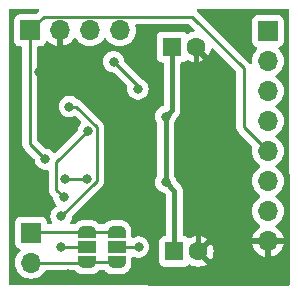
<source format=gbl>
%TF.GenerationSoftware,KiCad,Pcbnew,8.0.2*%
%TF.CreationDate,2024-05-07T13:49:06-06:00*%
%TF.ProjectId,encoder_protyping_board_high_current,656e636f-6465-4725-9f70-726f74797069,rev?*%
%TF.SameCoordinates,Original*%
%TF.FileFunction,Copper,L2,Bot*%
%TF.FilePolarity,Positive*%
%FSLAX46Y46*%
G04 Gerber Fmt 4.6, Leading zero omitted, Abs format (unit mm)*
G04 Created by KiCad (PCBNEW 8.0.2) date 2024-05-07 13:49:06*
%MOMM*%
%LPD*%
G01*
G04 APERTURE LIST*
G04 Aperture macros list*
%AMFreePoly0*
4,1,19,0.550000,-0.750000,0.000000,-0.750000,0.000000,-0.744911,-0.071157,-0.744911,-0.207708,-0.704816,-0.327430,-0.627875,-0.420627,-0.520320,-0.479746,-0.390866,-0.500000,-0.250000,-0.500000,0.250000,-0.479746,0.390866,-0.420627,0.520320,-0.327430,0.627875,-0.207708,0.704816,-0.071157,0.744911,0.000000,0.744911,0.000000,0.750000,0.550000,0.750000,0.550000,-0.750000,0.550000,-0.750000,
$1*%
%AMFreePoly1*
4,1,19,0.000000,0.744911,0.071157,0.744911,0.207708,0.704816,0.327430,0.627875,0.420627,0.520320,0.479746,0.390866,0.500000,0.250000,0.500000,-0.250000,0.479746,-0.390866,0.420627,-0.520320,0.327430,-0.627875,0.207708,-0.704816,0.071157,-0.744911,0.000000,-0.744911,0.000000,-0.750000,-0.550000,-0.750000,-0.550000,0.750000,0.000000,0.750000,0.000000,0.744911,0.000000,0.744911,
$1*%
G04 Aperture macros list end*
%TA.AperFunction,ComponentPad*%
%ADD10R,1.700000X1.700000*%
%TD*%
%TA.AperFunction,ComponentPad*%
%ADD11O,1.700000X1.700000*%
%TD*%
%TA.AperFunction,ComponentPad*%
%ADD12R,1.600000X1.600000*%
%TD*%
%TA.AperFunction,ComponentPad*%
%ADD13C,1.600000*%
%TD*%
%TA.AperFunction,SMDPad,CuDef*%
%ADD14FreePoly0,270.000000*%
%TD*%
%TA.AperFunction,SMDPad,CuDef*%
%ADD15R,1.500000X1.000000*%
%TD*%
%TA.AperFunction,SMDPad,CuDef*%
%ADD16FreePoly1,270.000000*%
%TD*%
%TA.AperFunction,SMDPad,CuDef*%
%ADD17FreePoly0,90.000000*%
%TD*%
%TA.AperFunction,SMDPad,CuDef*%
%ADD18FreePoly1,90.000000*%
%TD*%
%TA.AperFunction,ViaPad*%
%ADD19C,0.800000*%
%TD*%
%TA.AperFunction,Conductor*%
%ADD20C,0.400000*%
%TD*%
%TA.AperFunction,Conductor*%
%ADD21C,0.250000*%
%TD*%
G04 APERTURE END LIST*
D10*
%TO.P,J2,1,Pin_1*%
%TO.N,I2C_SCL*%
X186700000Y-114225000D03*
D11*
%TO.P,J2,2,Pin_2*%
%TO.N,I2C_SDA*%
X186700000Y-116765000D03*
%TD*%
D12*
%TO.P,4.7\u00B5F,1*%
%TO.N,+12V*%
X198844888Y-115800000D03*
D13*
%TO.P,4.7\u00B5F,2*%
%TO.N,GND*%
X200844888Y-115800000D03*
%TD*%
D10*
%TO.P,J3,1,Pin_1*%
%TO.N,+5V*%
X186600000Y-97100000D03*
D11*
%TO.P,J3,2,Pin_2*%
%TO.N,GND*%
X189140000Y-97100000D03*
%TO.P,J3,3,Pin_3*%
%TO.N,+12V*%
X191680000Y-97100000D03*
%TO.P,J3,4,Pin_4*%
X194220000Y-97100000D03*
%TD*%
D10*
%TO.P,J1,1,Pin_1*%
%TO.N,Net-(J1-Pin_1)*%
X206750000Y-97150000D03*
D11*
%TO.P,J1,2,Pin_2*%
%TO.N,Net-(J1-Pin_2)*%
X206750000Y-99690000D03*
%TO.P,J1,3,Pin_3*%
%TO.N,Net-(J1-Pin_3)*%
X206750000Y-102230000D03*
%TO.P,J1,4,Pin_4*%
%TO.N,Net-(J1-Pin_4)*%
X206750000Y-104770000D03*
%TO.P,J1,5,Pin_5*%
%TO.N,+5V*%
X206750000Y-107310000D03*
%TO.P,J1,6,Pin_6*%
%TO.N,Net-(J1-Pin_6)*%
X206750000Y-109850000D03*
%TO.P,J1,7,Pin_7*%
%TO.N,Net-(J1-Pin_7)*%
X206750000Y-112390000D03*
%TO.P,J1,8,Pin_8*%
%TO.N,GND*%
X206750000Y-114930000D03*
%TD*%
D12*
%TO.P,4.7\u00B5F,1*%
%TO.N,+12V*%
X198644888Y-98500000D03*
D13*
%TO.P,4.7\u00B5F,2*%
%TO.N,GND*%
X200644888Y-98500000D03*
%TD*%
D14*
%TO.P,JP2,1,A*%
%TO.N,I2C_SCL*%
X191450000Y-114150000D03*
D15*
%TO.P,JP2,2,C*%
%TO.N,Net-(JP2-C)*%
X191450000Y-115450000D03*
D16*
%TO.P,JP2,3,B*%
%TO.N,I2C_SDA*%
X191450000Y-116750000D03*
%TD*%
D17*
%TO.P,JP1,1,A*%
%TO.N,I2C_SDA*%
X193950000Y-116750000D03*
D15*
%TO.P,JP1,2,C*%
%TO.N,Net-(JP1-C)*%
X193950000Y-115450000D03*
D18*
%TO.P,JP1,3,B*%
%TO.N,I2C_SCL*%
X193950000Y-114150000D03*
%TD*%
D19*
%TO.N,GND*%
X196350000Y-117600000D03*
X193700000Y-109200000D03*
X200600000Y-107350000D03*
X185850000Y-109750000D03*
X187350000Y-100650000D03*
X196400000Y-99450000D03*
X195400000Y-111750000D03*
X196650000Y-97150000D03*
X189800000Y-117700000D03*
X202450000Y-96250000D03*
X206300000Y-117750000D03*
X201200000Y-109900000D03*
X201300000Y-104400000D03*
X205050000Y-108750000D03*
%TO.N,+5V*%
X195750000Y-102050000D03*
X193700000Y-99750000D03*
X187900000Y-108000000D03*
%TO.N,+12V*%
X198100000Y-104400000D03*
X198100000Y-109950000D03*
%TO.N,I2C_SCL*%
X191550000Y-105600000D03*
X189450000Y-111200000D03*
%TO.N,Net-(JP1-C)*%
X189550000Y-109650000D03*
X195800000Y-115450000D03*
X191400000Y-109650000D03*
%TO.N,Net-(JP2-C)*%
X189250000Y-115450000D03*
X189250000Y-112850000D03*
X189950000Y-103550000D03*
%TD*%
D20*
%TO.N,GND*%
X201300000Y-104400000D02*
X200644888Y-103744888D01*
X201200000Y-110100000D02*
X200844888Y-110455112D01*
X201200000Y-109900000D02*
X201200000Y-110100000D01*
X200644888Y-103744888D02*
X200644888Y-98500000D01*
X200844888Y-110455112D02*
X200844888Y-115800000D01*
X201300000Y-104400000D02*
X201300000Y-109800000D01*
X201300000Y-109800000D02*
X201200000Y-109900000D01*
D21*
%TO.N,+5V*%
X204700000Y-100300000D02*
X204700000Y-105260000D01*
X204700000Y-105260000D02*
X206750000Y-107310000D01*
X187900000Y-108000000D02*
X186600000Y-106700000D01*
X200325000Y-95925000D02*
X204700000Y-100300000D01*
X186600000Y-106700000D02*
X186600000Y-97100000D01*
X195750000Y-102050000D02*
X195750000Y-101800000D01*
X195750000Y-101800000D02*
X193700000Y-99750000D01*
X200325000Y-95925000D02*
X187775000Y-95925000D01*
X186600000Y-97100000D02*
X187775000Y-95925000D01*
D20*
%TO.N,+12V*%
X198844888Y-110694888D02*
X198844888Y-115800000D01*
X198100000Y-104400000D02*
X198644888Y-103855112D01*
X198644888Y-103855112D02*
X198644888Y-98500000D01*
X198100000Y-109950000D02*
X198844888Y-110694888D01*
X198100000Y-104400000D02*
X198100000Y-109950000D01*
D21*
%TO.N,I2C_SCL*%
X188825000Y-108275000D02*
X191500000Y-105600000D01*
X189450000Y-111200000D02*
X188825000Y-110575000D01*
X191450000Y-114150000D02*
X193950000Y-114150000D01*
X188825000Y-110575000D02*
X188825000Y-108275000D01*
X191450000Y-114150000D02*
X186775000Y-114150000D01*
X191550000Y-105600000D02*
X191550000Y-105550000D01*
X191550000Y-105550000D02*
X191500000Y-105600000D01*
X191500000Y-105600000D02*
X191550000Y-105600000D01*
%TO.N,I2C_SDA*%
X191450000Y-116750000D02*
X193950000Y-116750000D01*
X191285000Y-116765000D02*
X186700000Y-116765000D01*
%TO.N,Net-(JP1-C)*%
X189550000Y-109650000D02*
X191400000Y-109650000D01*
X193950000Y-115450000D02*
X195800000Y-115450000D01*
%TO.N,Net-(JP2-C)*%
X192275000Y-105299695D02*
X192275000Y-109825000D01*
X190525305Y-103550000D02*
X192275000Y-105299695D01*
X191450000Y-115450000D02*
X189250000Y-115450000D01*
X192275000Y-109825000D02*
X189250000Y-112850000D01*
X189950000Y-103550000D02*
X190525305Y-103550000D01*
%TD*%
%TA.AperFunction,Conductor*%
%TO.N,GND*%
G36*
X187333085Y-95269685D02*
G01*
X187378840Y-95322489D01*
X187388784Y-95391647D01*
X187359759Y-95455203D01*
X187353728Y-95461681D01*
X187289142Y-95526267D01*
X187289139Y-95526270D01*
X187102227Y-95713181D01*
X187040904Y-95746666D01*
X187014546Y-95749500D01*
X185702129Y-95749500D01*
X185702123Y-95749501D01*
X185642516Y-95755908D01*
X185507671Y-95806202D01*
X185507664Y-95806206D01*
X185392455Y-95892452D01*
X185392452Y-95892455D01*
X185306206Y-96007664D01*
X185306202Y-96007671D01*
X185255908Y-96142517D01*
X185249501Y-96202116D01*
X185249500Y-96202135D01*
X185249500Y-97997870D01*
X185249501Y-97997876D01*
X185255908Y-98057483D01*
X185306202Y-98192328D01*
X185306206Y-98192335D01*
X185392452Y-98307544D01*
X185392455Y-98307547D01*
X185507664Y-98393793D01*
X185507671Y-98393797D01*
X185552618Y-98410561D01*
X185642517Y-98444091D01*
X185702127Y-98450500D01*
X185850500Y-98450499D01*
X185917539Y-98470183D01*
X185963294Y-98522987D01*
X185974500Y-98574499D01*
X185974500Y-106761611D01*
X185998535Y-106882444D01*
X185998540Y-106882461D01*
X186045684Y-106996278D01*
X186045687Y-106996285D01*
X186060309Y-107018166D01*
X186060310Y-107018168D01*
X186114140Y-107098731D01*
X186114141Y-107098732D01*
X186114142Y-107098733D01*
X186201267Y-107185858D01*
X186201268Y-107185858D01*
X186208335Y-107192925D01*
X186208334Y-107192925D01*
X186208338Y-107192928D01*
X186961038Y-107945629D01*
X186994523Y-108006952D01*
X186996678Y-108020348D01*
X187004968Y-108099227D01*
X187014326Y-108188256D01*
X187014327Y-108188259D01*
X187072818Y-108368277D01*
X187072821Y-108368284D01*
X187167467Y-108532216D01*
X187286896Y-108664855D01*
X187294129Y-108672888D01*
X187447265Y-108784148D01*
X187447270Y-108784151D01*
X187620192Y-108861142D01*
X187620197Y-108861144D01*
X187805354Y-108900500D01*
X187805355Y-108900500D01*
X187994644Y-108900500D01*
X187994646Y-108900500D01*
X188049722Y-108888793D01*
X188119385Y-108894108D01*
X188175119Y-108936245D01*
X188199225Y-109001825D01*
X188199500Y-109010083D01*
X188199500Y-110636607D01*
X188205700Y-110667783D01*
X188223535Y-110757444D01*
X188223537Y-110757452D01*
X188237347Y-110790792D01*
X188237347Y-110790793D01*
X188270685Y-110871280D01*
X188270690Y-110871289D01*
X188304914Y-110922507D01*
X188304915Y-110922509D01*
X188339140Y-110973731D01*
X188339141Y-110973732D01*
X188339142Y-110973733D01*
X188426267Y-111060858D01*
X188426268Y-111060858D01*
X188426268Y-111060859D01*
X188511039Y-111145630D01*
X188544524Y-111206953D01*
X188546678Y-111220343D01*
X188564326Y-111388256D01*
X188564327Y-111388259D01*
X188622818Y-111568277D01*
X188622821Y-111568284D01*
X188717467Y-111732216D01*
X188840542Y-111868904D01*
X188870772Y-111931895D01*
X188862147Y-112001230D01*
X188817406Y-112054896D01*
X188798833Y-112065153D01*
X188797270Y-112065848D01*
X188797265Y-112065851D01*
X188644129Y-112177111D01*
X188517466Y-112317785D01*
X188422821Y-112481715D01*
X188422818Y-112481722D01*
X188364327Y-112661740D01*
X188364326Y-112661744D01*
X188344540Y-112850000D01*
X188364326Y-113038256D01*
X188364327Y-113038259D01*
X188422818Y-113218277D01*
X188422820Y-113218281D01*
X188422821Y-113218284D01*
X188449926Y-113265231D01*
X188492228Y-113338501D01*
X188508700Y-113406401D01*
X188485847Y-113472428D01*
X188430925Y-113515618D01*
X188384840Y-113524500D01*
X188174499Y-113524500D01*
X188107460Y-113504815D01*
X188061705Y-113452011D01*
X188050499Y-113400500D01*
X188050499Y-113327129D01*
X188050498Y-113327123D01*
X188050497Y-113327116D01*
X188044091Y-113267517D01*
X188043238Y-113265231D01*
X187993797Y-113132671D01*
X187993793Y-113132664D01*
X187907547Y-113017455D01*
X187907544Y-113017452D01*
X187792335Y-112931206D01*
X187792328Y-112931202D01*
X187657482Y-112880908D01*
X187657483Y-112880908D01*
X187597883Y-112874501D01*
X187597881Y-112874500D01*
X187597873Y-112874500D01*
X187597864Y-112874500D01*
X185802129Y-112874500D01*
X185802123Y-112874501D01*
X185742516Y-112880908D01*
X185607671Y-112931202D01*
X185607664Y-112931206D01*
X185492455Y-113017452D01*
X185492452Y-113017455D01*
X185406206Y-113132664D01*
X185406202Y-113132671D01*
X185355908Y-113267517D01*
X185349501Y-113327116D01*
X185349501Y-113327123D01*
X185349500Y-113327135D01*
X185349500Y-115122870D01*
X185349501Y-115122876D01*
X185355908Y-115182483D01*
X185406202Y-115317328D01*
X185406206Y-115317335D01*
X185492452Y-115432544D01*
X185492455Y-115432547D01*
X185607664Y-115518793D01*
X185607671Y-115518797D01*
X185739081Y-115567810D01*
X185795015Y-115609681D01*
X185819432Y-115675145D01*
X185804580Y-115743418D01*
X185783430Y-115771673D01*
X185661503Y-115893600D01*
X185525965Y-116087169D01*
X185525964Y-116087171D01*
X185426098Y-116301335D01*
X185426094Y-116301344D01*
X185364938Y-116529586D01*
X185364936Y-116529596D01*
X185344341Y-116764999D01*
X185344341Y-116765000D01*
X185364936Y-117000403D01*
X185364938Y-117000413D01*
X185426094Y-117228655D01*
X185426096Y-117228659D01*
X185426097Y-117228663D01*
X185496911Y-117380523D01*
X185525965Y-117442830D01*
X185525967Y-117442834D01*
X185605898Y-117556986D01*
X185661505Y-117636401D01*
X185828599Y-117803495D01*
X185925384Y-117871265D01*
X186022165Y-117939032D01*
X186022167Y-117939033D01*
X186022170Y-117939035D01*
X186236337Y-118038903D01*
X186464592Y-118100063D01*
X186652918Y-118116539D01*
X186699999Y-118120659D01*
X186700000Y-118120659D01*
X186700001Y-118120659D01*
X186739234Y-118117226D01*
X186935408Y-118100063D01*
X187163663Y-118038903D01*
X187377830Y-117939035D01*
X187571401Y-117803495D01*
X187738495Y-117636401D01*
X187873652Y-117443377D01*
X187928229Y-117399752D01*
X187975227Y-117390500D01*
X190367904Y-117390500D01*
X190434943Y-117410185D01*
X190461614Y-117433294D01*
X190487209Y-117462832D01*
X190568789Y-117533521D01*
X190595864Y-117556981D01*
X190595867Y-117556984D01*
X190595869Y-117556985D01*
X190595870Y-117556986D01*
X190716906Y-117634770D01*
X190716914Y-117634774D01*
X190716923Y-117634779D01*
X190841642Y-117691736D01*
X190845941Y-117693985D01*
X190847692Y-117694499D01*
X190985744Y-117735035D01*
X190985745Y-117735035D01*
X190985748Y-117735036D01*
X191028183Y-117741136D01*
X191128059Y-117755497D01*
X191184399Y-117755497D01*
X191184409Y-117755500D01*
X191235764Y-117755500D01*
X191715573Y-117755500D01*
X191715601Y-117755497D01*
X191771940Y-117755497D01*
X191771941Y-117755497D01*
X191905479Y-117736297D01*
X191905481Y-117736297D01*
X191911612Y-117735415D01*
X191914256Y-117735035D01*
X191914257Y-117735035D01*
X192052309Y-117694498D01*
X192148188Y-117650710D01*
X192183081Y-117634776D01*
X192183081Y-117634775D01*
X192183094Y-117634770D01*
X192304130Y-117556986D01*
X192412791Y-117462832D01*
X192412794Y-117462829D01*
X192451380Y-117418296D01*
X192510157Y-117380523D01*
X192545093Y-117375500D01*
X192854906Y-117375500D01*
X192921945Y-117395185D01*
X192948618Y-117418296D01*
X192987209Y-117462832D01*
X193068789Y-117533521D01*
X193095864Y-117556981D01*
X193095867Y-117556984D01*
X193095869Y-117556985D01*
X193095870Y-117556986D01*
X193216906Y-117634770D01*
X193216914Y-117634774D01*
X193216923Y-117634779D01*
X193341642Y-117691736D01*
X193345941Y-117693985D01*
X193347692Y-117694499D01*
X193485744Y-117735035D01*
X193485745Y-117735035D01*
X193485748Y-117735036D01*
X193528183Y-117741136D01*
X193628059Y-117755497D01*
X193684399Y-117755497D01*
X193684409Y-117755500D01*
X193735764Y-117755500D01*
X194215573Y-117755500D01*
X194215601Y-117755497D01*
X194271940Y-117755497D01*
X194271941Y-117755497D01*
X194405479Y-117736297D01*
X194405481Y-117736297D01*
X194411612Y-117735415D01*
X194414256Y-117735035D01*
X194414257Y-117735035D01*
X194552309Y-117694498D01*
X194648188Y-117650710D01*
X194683081Y-117634776D01*
X194683081Y-117634775D01*
X194683094Y-117634770D01*
X194804130Y-117556986D01*
X194912791Y-117462832D01*
X194912794Y-117462829D01*
X195007015Y-117354091D01*
X195084747Y-117233137D01*
X195144517Y-117102259D01*
X195185024Y-116964304D01*
X195205500Y-116821889D01*
X195205500Y-116361974D01*
X195225185Y-116294935D01*
X195277989Y-116249180D01*
X195347147Y-116239236D01*
X195379935Y-116248694D01*
X195520197Y-116311144D01*
X195705354Y-116350500D01*
X195705355Y-116350500D01*
X195894644Y-116350500D01*
X195894646Y-116350500D01*
X196079803Y-116311144D01*
X196252730Y-116234151D01*
X196405871Y-116122888D01*
X196532533Y-115982216D01*
X196627179Y-115818284D01*
X196685674Y-115638256D01*
X196705460Y-115450000D01*
X196685674Y-115261744D01*
X196627179Y-115081716D01*
X196532533Y-114917784D01*
X196405871Y-114777112D01*
X196405553Y-114776881D01*
X196252734Y-114665851D01*
X196252729Y-114665848D01*
X196079807Y-114588857D01*
X196079802Y-114588855D01*
X195934001Y-114557865D01*
X195894646Y-114549500D01*
X195705354Y-114549500D01*
X195655375Y-114560123D01*
X195520199Y-114588855D01*
X195379936Y-114651305D01*
X195310686Y-114660589D01*
X195247409Y-114630961D01*
X195210196Y-114571826D01*
X195205500Y-114538025D01*
X195205500Y-114078114D01*
X195205500Y-114078111D01*
X195185024Y-113935696D01*
X195144517Y-113797741D01*
X195084747Y-113666863D01*
X195010623Y-113551523D01*
X195009802Y-113550081D01*
X195007011Y-113545901D01*
X194912792Y-113437169D01*
X194912789Y-113437166D01*
X194804135Y-113343018D01*
X194804132Y-113343015D01*
X194777264Y-113325749D01*
X194683094Y-113265230D01*
X194683087Y-113265227D01*
X194683081Y-113265223D01*
X194558356Y-113208263D01*
X194554057Y-113206014D01*
X194414261Y-113164966D01*
X194414251Y-113164963D01*
X194286300Y-113146567D01*
X194271941Y-113144503D01*
X194271940Y-113144503D01*
X194215601Y-113144503D01*
X194215591Y-113144500D01*
X194164236Y-113144500D01*
X193735764Y-113144500D01*
X193684427Y-113144500D01*
X193684399Y-113144503D01*
X193628059Y-113144503D01*
X193494521Y-113163703D01*
X193494519Y-113163703D01*
X193485744Y-113164964D01*
X193347686Y-113205503D01*
X193216918Y-113265223D01*
X193216908Y-113265228D01*
X193216906Y-113265230D01*
X193183253Y-113286857D01*
X193095867Y-113343015D01*
X193095863Y-113343018D01*
X192987226Y-113437152D01*
X192987207Y-113437169D01*
X192987206Y-113437171D01*
X192948619Y-113481703D01*
X192889843Y-113519477D01*
X192854907Y-113524500D01*
X192545094Y-113524500D01*
X192478055Y-113504815D01*
X192451382Y-113481704D01*
X192443344Y-113472428D01*
X192412791Y-113437168D01*
X192304135Y-113343018D01*
X192304132Y-113343015D01*
X192277264Y-113325749D01*
X192183094Y-113265230D01*
X192183087Y-113265227D01*
X192183081Y-113265223D01*
X192058356Y-113208263D01*
X192054057Y-113206014D01*
X191914261Y-113164966D01*
X191914251Y-113164963D01*
X191786300Y-113146567D01*
X191771941Y-113144503D01*
X191771940Y-113144503D01*
X191715601Y-113144503D01*
X191715591Y-113144500D01*
X191664236Y-113144500D01*
X191235764Y-113144500D01*
X191184427Y-113144500D01*
X191184399Y-113144503D01*
X191128059Y-113144503D01*
X190994521Y-113163703D01*
X190994519Y-113163703D01*
X190985744Y-113164964D01*
X190847686Y-113205503D01*
X190716918Y-113265223D01*
X190716908Y-113265228D01*
X190716906Y-113265230D01*
X190683253Y-113286857D01*
X190595867Y-113343015D01*
X190595863Y-113343018D01*
X190487226Y-113437152D01*
X190487207Y-113437169D01*
X190487206Y-113437171D01*
X190448619Y-113481703D01*
X190389843Y-113519477D01*
X190354907Y-113524500D01*
X190115160Y-113524500D01*
X190048121Y-113504815D01*
X190002366Y-113452011D01*
X189992422Y-113382853D01*
X190007772Y-113338501D01*
X190014376Y-113327061D01*
X190077179Y-113218284D01*
X190135674Y-113038256D01*
X190153321Y-112870345D01*
X190179905Y-112805732D01*
X190188952Y-112795636D01*
X192673729Y-110310860D01*
X192673733Y-110310858D01*
X192760858Y-110223733D01*
X192815580Y-110141837D01*
X192815581Y-110141836D01*
X192829309Y-110121291D01*
X192829309Y-110121289D01*
X192829312Y-110121286D01*
X192862652Y-110040792D01*
X192876463Y-110007452D01*
X192900500Y-109886606D01*
X192900500Y-105238089D01*
X192899234Y-105231726D01*
X192899234Y-105231716D01*
X192899233Y-105231717D01*
X192876464Y-105117250D01*
X192876463Y-105117243D01*
X192829311Y-105003409D01*
X192809995Y-104974500D01*
X192760858Y-104900962D01*
X192673733Y-104813837D01*
X192673732Y-104813836D01*
X191018232Y-103158337D01*
X191018230Y-103158334D01*
X191018230Y-103158335D01*
X191011163Y-103151268D01*
X191011163Y-103151267D01*
X190924038Y-103064142D01*
X190924037Y-103064141D01*
X190924036Y-103064140D01*
X190872814Y-103029915D01*
X190821591Y-102995688D01*
X190821588Y-102995686D01*
X190821585Y-102995685D01*
X190741097Y-102962347D01*
X190707758Y-102948537D01*
X190697732Y-102946543D01*
X190647334Y-102936518D01*
X190641467Y-102935351D01*
X190579559Y-102902965D01*
X190573521Y-102896715D01*
X190555871Y-102877112D01*
X190555870Y-102877111D01*
X190555869Y-102877110D01*
X190555864Y-102877106D01*
X190402734Y-102765851D01*
X190402729Y-102765848D01*
X190229807Y-102688857D01*
X190229802Y-102688855D01*
X190084001Y-102657865D01*
X190044646Y-102649500D01*
X189855354Y-102649500D01*
X189822897Y-102656398D01*
X189670197Y-102688855D01*
X189670192Y-102688857D01*
X189497270Y-102765848D01*
X189497265Y-102765851D01*
X189344129Y-102877111D01*
X189217466Y-103017785D01*
X189122821Y-103181715D01*
X189122818Y-103181722D01*
X189064327Y-103361740D01*
X189064326Y-103361744D01*
X189044540Y-103550000D01*
X189064326Y-103738256D01*
X189064327Y-103738259D01*
X189122818Y-103918277D01*
X189122821Y-103918284D01*
X189217467Y-104082216D01*
X189253624Y-104122372D01*
X189344129Y-104222888D01*
X189497265Y-104334148D01*
X189497270Y-104334151D01*
X189670192Y-104411142D01*
X189670197Y-104411144D01*
X189855354Y-104450500D01*
X189855355Y-104450500D01*
X190044644Y-104450500D01*
X190044646Y-104450500D01*
X190229803Y-104411144D01*
X190282697Y-104387594D01*
X190340191Y-104361996D01*
X190409441Y-104352711D01*
X190472718Y-104382339D01*
X190478308Y-104387594D01*
X190895840Y-104805125D01*
X190929325Y-104866448D01*
X190924341Y-104936139D01*
X190900309Y-104975778D01*
X190817466Y-105067784D01*
X190722821Y-105231715D01*
X190722818Y-105231722D01*
X190664327Y-105411740D01*
X190664326Y-105411744D01*
X190660533Y-105447834D01*
X190652551Y-105523778D01*
X190625966Y-105588393D01*
X190616911Y-105598497D01*
X188779459Y-107435949D01*
X188718136Y-107469434D01*
X188648444Y-107464450D01*
X188599629Y-107431240D01*
X188505871Y-107327112D01*
X188505870Y-107327111D01*
X188352734Y-107215851D01*
X188352729Y-107215848D01*
X188179807Y-107138857D01*
X188179802Y-107138855D01*
X188034001Y-107107865D01*
X187994646Y-107099500D01*
X187994645Y-107099500D01*
X187935453Y-107099500D01*
X187868414Y-107079815D01*
X187847772Y-107063181D01*
X187261819Y-106477228D01*
X187228334Y-106415905D01*
X187225500Y-106389547D01*
X187225500Y-99750000D01*
X192794540Y-99750000D01*
X192814326Y-99938256D01*
X192814327Y-99938259D01*
X192872818Y-100118277D01*
X192872821Y-100118284D01*
X192967467Y-100282216D01*
X193044558Y-100367834D01*
X193094129Y-100422888D01*
X193247265Y-100534148D01*
X193247270Y-100534151D01*
X193420192Y-100611142D01*
X193420197Y-100611144D01*
X193605354Y-100650500D01*
X193664548Y-100650500D01*
X193731587Y-100670185D01*
X193752229Y-100686819D01*
X194828479Y-101763069D01*
X194861964Y-101824392D01*
X194864119Y-101863711D01*
X194844540Y-102050000D01*
X194864326Y-102238256D01*
X194864327Y-102238259D01*
X194922818Y-102418277D01*
X194922821Y-102418284D01*
X195017467Y-102582216D01*
X195117815Y-102693663D01*
X195144129Y-102722888D01*
X195297265Y-102834148D01*
X195297270Y-102834151D01*
X195470192Y-102911142D01*
X195470197Y-102911144D01*
X195655354Y-102950500D01*
X195655355Y-102950500D01*
X195844644Y-102950500D01*
X195844646Y-102950500D01*
X196029803Y-102911144D01*
X196202730Y-102834151D01*
X196355871Y-102722888D01*
X196482533Y-102582216D01*
X196577179Y-102418284D01*
X196635674Y-102238256D01*
X196655460Y-102050000D01*
X196635674Y-101861744D01*
X196577179Y-101681716D01*
X196482533Y-101517784D01*
X196355871Y-101377112D01*
X196330390Y-101358599D01*
X196202734Y-101265851D01*
X196202729Y-101265848D01*
X196039337Y-101193100D01*
X196002092Y-101167502D01*
X194638960Y-99804370D01*
X194605475Y-99743047D01*
X194603323Y-99729671D01*
X194585674Y-99561744D01*
X194527179Y-99381716D01*
X194432533Y-99217784D01*
X194305871Y-99077112D01*
X194305870Y-99077111D01*
X194152734Y-98965851D01*
X194152729Y-98965848D01*
X193979807Y-98888857D01*
X193979802Y-98888855D01*
X193834001Y-98857865D01*
X193794646Y-98849500D01*
X193605354Y-98849500D01*
X193572897Y-98856398D01*
X193420197Y-98888855D01*
X193420192Y-98888857D01*
X193247270Y-98965848D01*
X193247265Y-98965851D01*
X193094129Y-99077111D01*
X192967466Y-99217785D01*
X192872821Y-99381715D01*
X192872818Y-99381722D01*
X192820632Y-99542335D01*
X192814326Y-99561744D01*
X192794540Y-99750000D01*
X187225500Y-99750000D01*
X187225500Y-98574499D01*
X187245185Y-98507460D01*
X187297989Y-98461705D01*
X187349500Y-98450499D01*
X187497871Y-98450499D01*
X187497872Y-98450499D01*
X187557483Y-98444091D01*
X187692331Y-98393796D01*
X187807546Y-98307546D01*
X187893796Y-98192331D01*
X187943002Y-98060401D01*
X187984872Y-98004468D01*
X188050337Y-97980050D01*
X188118610Y-97994901D01*
X188146865Y-98016053D01*
X188268917Y-98138105D01*
X188462421Y-98273600D01*
X188676507Y-98373429D01*
X188676516Y-98373433D01*
X188890000Y-98430634D01*
X188890000Y-97533012D01*
X188947007Y-97565925D01*
X189074174Y-97600000D01*
X189205826Y-97600000D01*
X189332993Y-97565925D01*
X189390000Y-97533012D01*
X189390000Y-98430633D01*
X189603483Y-98373433D01*
X189603492Y-98373429D01*
X189817578Y-98273600D01*
X190011082Y-98138105D01*
X190178105Y-97971082D01*
X190308119Y-97785405D01*
X190362696Y-97741781D01*
X190432195Y-97734588D01*
X190494549Y-97766110D01*
X190511269Y-97785405D01*
X190641505Y-97971401D01*
X190808599Y-98138495D01*
X190904473Y-98205627D01*
X191002165Y-98274032D01*
X191002167Y-98274033D01*
X191002170Y-98274035D01*
X191216337Y-98373903D01*
X191444592Y-98435063D01*
X191621034Y-98450500D01*
X191679999Y-98455659D01*
X191680000Y-98455659D01*
X191680001Y-98455659D01*
X191738966Y-98450500D01*
X191915408Y-98435063D01*
X192143663Y-98373903D01*
X192357830Y-98274035D01*
X192551401Y-98138495D01*
X192718495Y-97971401D01*
X192848425Y-97785842D01*
X192903002Y-97742217D01*
X192972500Y-97735023D01*
X193034855Y-97766546D01*
X193051575Y-97785842D01*
X193181500Y-97971395D01*
X193181505Y-97971401D01*
X193348599Y-98138495D01*
X193444473Y-98205627D01*
X193542165Y-98274032D01*
X193542167Y-98274033D01*
X193542170Y-98274035D01*
X193756337Y-98373903D01*
X193984592Y-98435063D01*
X194161034Y-98450500D01*
X194219999Y-98455659D01*
X194220000Y-98455659D01*
X194220001Y-98455659D01*
X194278966Y-98450500D01*
X194455408Y-98435063D01*
X194683663Y-98373903D01*
X194897830Y-98274035D01*
X195091401Y-98138495D01*
X195258495Y-97971401D01*
X195394035Y-97777830D01*
X195493903Y-97563663D01*
X195555063Y-97335408D01*
X195575659Y-97100000D01*
X195555063Y-96864592D01*
X195512728Y-96706593D01*
X195514391Y-96636743D01*
X195553554Y-96578881D01*
X195617782Y-96551377D01*
X195632503Y-96550500D01*
X200014548Y-96550500D01*
X200081587Y-96570185D01*
X200102229Y-96586819D01*
X200517137Y-97001727D01*
X200550622Y-97063050D01*
X200545638Y-97132742D01*
X200503766Y-97188675D01*
X200440264Y-97212936D01*
X200418287Y-97214858D01*
X200418277Y-97214860D01*
X200198570Y-97273730D01*
X200198561Y-97273734D01*
X199992400Y-97369868D01*
X199992395Y-97369871D01*
X199979624Y-97378813D01*
X199913417Y-97401138D01*
X199845651Y-97384124D01*
X199809240Y-97351546D01*
X199802434Y-97342454D01*
X199802432Y-97342453D01*
X199802432Y-97342452D01*
X199687223Y-97256206D01*
X199687216Y-97256202D01*
X199552370Y-97205908D01*
X199552371Y-97205908D01*
X199492771Y-97199501D01*
X199492769Y-97199500D01*
X199492761Y-97199500D01*
X199492752Y-97199500D01*
X197797017Y-97199500D01*
X197797011Y-97199501D01*
X197737404Y-97205908D01*
X197602559Y-97256202D01*
X197602552Y-97256206D01*
X197487343Y-97342452D01*
X197487340Y-97342455D01*
X197401094Y-97457664D01*
X197401090Y-97457671D01*
X197350796Y-97592517D01*
X197344389Y-97652116D01*
X197344388Y-97652135D01*
X197344388Y-99347870D01*
X197344389Y-99347876D01*
X197350796Y-99407483D01*
X197401090Y-99542328D01*
X197401094Y-99542335D01*
X197487340Y-99657544D01*
X197487343Y-99657547D01*
X197602552Y-99743793D01*
X197602559Y-99743797D01*
X197647506Y-99760561D01*
X197737405Y-99794091D01*
X197797015Y-99800500D01*
X197820385Y-99800499D01*
X197887424Y-99820181D01*
X197933180Y-99872983D01*
X197944388Y-99924499D01*
X197944388Y-103412045D01*
X197924703Y-103479084D01*
X197871899Y-103524839D01*
X197846170Y-103533335D01*
X197820196Y-103538856D01*
X197820192Y-103538857D01*
X197647270Y-103615848D01*
X197647265Y-103615851D01*
X197494129Y-103727111D01*
X197367466Y-103867785D01*
X197272821Y-104031715D01*
X197272818Y-104031722D01*
X197214327Y-104211740D01*
X197214326Y-104211744D01*
X197194540Y-104400000D01*
X197214326Y-104588256D01*
X197214327Y-104588259D01*
X197272818Y-104768277D01*
X197272821Y-104768284D01*
X197367466Y-104932215D01*
X197367648Y-104932417D01*
X197367716Y-104932559D01*
X197371285Y-104937471D01*
X197370386Y-104938123D01*
X197397879Y-104995408D01*
X197399500Y-105015391D01*
X197399500Y-109334608D01*
X197379815Y-109401647D01*
X197367656Y-109417574D01*
X197367468Y-109417782D01*
X197367464Y-109417787D01*
X197272821Y-109581715D01*
X197272818Y-109581722D01*
X197214327Y-109761740D01*
X197214326Y-109761744D01*
X197194540Y-109950000D01*
X197214326Y-110138256D01*
X197214327Y-110138259D01*
X197272818Y-110318277D01*
X197272821Y-110318284D01*
X197367467Y-110482216D01*
X197408542Y-110527834D01*
X197494129Y-110622888D01*
X197647265Y-110734148D01*
X197647270Y-110734151D01*
X197820191Y-110811142D01*
X197820193Y-110811142D01*
X197820197Y-110811144D01*
X197975130Y-110844075D01*
X198036607Y-110877266D01*
X198037026Y-110877683D01*
X198108069Y-110948726D01*
X198141554Y-111010049D01*
X198144388Y-111036407D01*
X198144388Y-114375500D01*
X198124703Y-114442539D01*
X198071899Y-114488294D01*
X198020393Y-114499500D01*
X197997020Y-114499500D01*
X197997011Y-114499501D01*
X197937404Y-114505908D01*
X197802559Y-114556202D01*
X197802552Y-114556206D01*
X197687343Y-114642452D01*
X197687340Y-114642455D01*
X197601094Y-114757664D01*
X197601090Y-114757671D01*
X197550796Y-114892517D01*
X197544389Y-114952116D01*
X197544388Y-114952135D01*
X197544388Y-116647870D01*
X197544389Y-116647876D01*
X197550796Y-116707483D01*
X197601090Y-116842328D01*
X197601094Y-116842335D01*
X197687340Y-116957544D01*
X197687343Y-116957547D01*
X197802552Y-117043793D01*
X197802559Y-117043797D01*
X197937405Y-117094091D01*
X197937404Y-117094091D01*
X197944332Y-117094835D01*
X197997015Y-117100500D01*
X199692760Y-117100499D01*
X199752371Y-117094091D01*
X199887219Y-117043796D01*
X200002434Y-116957546D01*
X200009238Y-116948455D01*
X200065168Y-116906584D01*
X200134859Y-116901597D01*
X200179628Y-116921188D01*
X200192400Y-116930130D01*
X200192406Y-116930134D01*
X200398561Y-117026265D01*
X200398570Y-117026269D01*
X200618277Y-117085139D01*
X200618288Y-117085141D01*
X200844886Y-117104966D01*
X200844890Y-117104966D01*
X201071487Y-117085141D01*
X201071498Y-117085139D01*
X201291205Y-117026269D01*
X201291219Y-117026264D01*
X201497366Y-116930136D01*
X201570359Y-116879024D01*
X200891335Y-116200000D01*
X200897549Y-116200000D01*
X200999282Y-116172741D01*
X201090494Y-116120080D01*
X201164968Y-116045606D01*
X201217629Y-115954394D01*
X201244888Y-115852661D01*
X201244888Y-115846447D01*
X201923912Y-116525471D01*
X201975024Y-116452478D01*
X202071152Y-116246331D01*
X202071157Y-116246317D01*
X202130027Y-116026610D01*
X202130029Y-116026599D01*
X202149854Y-115800002D01*
X202149854Y-115799997D01*
X202130029Y-115573400D01*
X202130027Y-115573389D01*
X202071157Y-115353682D01*
X202071152Y-115353668D01*
X201975024Y-115147521D01*
X201975020Y-115147513D01*
X201923913Y-115074526D01*
X201244888Y-115753551D01*
X201244888Y-115747339D01*
X201217629Y-115645606D01*
X201164968Y-115554394D01*
X201090494Y-115479920D01*
X200999282Y-115427259D01*
X200897549Y-115400000D01*
X200891335Y-115400000D01*
X201570360Y-114720974D01*
X201497366Y-114669863D01*
X201291219Y-114573735D01*
X201291205Y-114573730D01*
X201071498Y-114514860D01*
X201071487Y-114514858D01*
X200844890Y-114495034D01*
X200844886Y-114495034D01*
X200618288Y-114514858D01*
X200618277Y-114514860D01*
X200398570Y-114573730D01*
X200398561Y-114573734D01*
X200192400Y-114669868D01*
X200192395Y-114669871D01*
X200179624Y-114678813D01*
X200113417Y-114701138D01*
X200045651Y-114684124D01*
X200009240Y-114651546D01*
X200002434Y-114642454D01*
X200002432Y-114642453D01*
X200002432Y-114642452D01*
X199887223Y-114556206D01*
X199887216Y-114556202D01*
X199752370Y-114505908D01*
X199752371Y-114505908D01*
X199692771Y-114499501D01*
X199692769Y-114499500D01*
X199692761Y-114499500D01*
X199692753Y-114499500D01*
X199669388Y-114499500D01*
X199602349Y-114479815D01*
X199556594Y-114427011D01*
X199545388Y-114375500D01*
X199545388Y-110625895D01*
X199544069Y-110619266D01*
X199544068Y-110619259D01*
X199525881Y-110527830D01*
X199518468Y-110490560D01*
X199488243Y-110417589D01*
X199465665Y-110363080D01*
X199389000Y-110248342D01*
X199388999Y-110248341D01*
X199026503Y-109885846D01*
X198993018Y-109824523D01*
X198990865Y-109811143D01*
X198985674Y-109761744D01*
X198937862Y-109614596D01*
X198927181Y-109581722D01*
X198927180Y-109581721D01*
X198927179Y-109581716D01*
X198832533Y-109417784D01*
X198832344Y-109417574D01*
X198832273Y-109417427D01*
X198828714Y-109412528D01*
X198829610Y-109411876D01*
X198802119Y-109354580D01*
X198800500Y-109334608D01*
X198800500Y-105015391D01*
X198820185Y-104948352D01*
X198832352Y-104932417D01*
X198832533Y-104932216D01*
X198927179Y-104768284D01*
X198985674Y-104588256D01*
X198990864Y-104538869D01*
X199017447Y-104474258D01*
X199026493Y-104464162D01*
X199189002Y-104301655D01*
X199265663Y-104186923D01*
X199318468Y-104059440D01*
X199345388Y-103924106D01*
X199345388Y-103786118D01*
X199345388Y-99924499D01*
X199365073Y-99857460D01*
X199417877Y-99811705D01*
X199469388Y-99800499D01*
X199492759Y-99800499D01*
X199492760Y-99800499D01*
X199552371Y-99794091D01*
X199687219Y-99743796D01*
X199802434Y-99657546D01*
X199809238Y-99648455D01*
X199865168Y-99606584D01*
X199934859Y-99601597D01*
X199979628Y-99621188D01*
X199992400Y-99630130D01*
X199992406Y-99630134D01*
X200198561Y-99726265D01*
X200198570Y-99726269D01*
X200418277Y-99785139D01*
X200418288Y-99785141D01*
X200644886Y-99804966D01*
X200644890Y-99804966D01*
X200871487Y-99785141D01*
X200871498Y-99785139D01*
X201091205Y-99726269D01*
X201091219Y-99726264D01*
X201297366Y-99630136D01*
X201370359Y-99579024D01*
X200691335Y-98900000D01*
X200697549Y-98900000D01*
X200799282Y-98872741D01*
X200890494Y-98820080D01*
X200964968Y-98745606D01*
X201017629Y-98654394D01*
X201044888Y-98552661D01*
X201044888Y-98546447D01*
X201723912Y-99225471D01*
X201775024Y-99152478D01*
X201871152Y-98946331D01*
X201871157Y-98946317D01*
X201930027Y-98726610D01*
X201930027Y-98726609D01*
X201931950Y-98704628D01*
X201957401Y-98639559D01*
X202013990Y-98598578D01*
X202083752Y-98594697D01*
X202143160Y-98627750D01*
X204038181Y-100522771D01*
X204071666Y-100584094D01*
X204074500Y-100610452D01*
X204074500Y-105321606D01*
X204093583Y-105417548D01*
X204093583Y-105417550D01*
X204098534Y-105442444D01*
X204145688Y-105556287D01*
X204174898Y-105600000D01*
X204174899Y-105600002D01*
X204214141Y-105658733D01*
X204305586Y-105750178D01*
X204305608Y-105750198D01*
X205409762Y-106854352D01*
X205443247Y-106915675D01*
X205441856Y-106974126D01*
X205414938Y-107074586D01*
X205414936Y-107074596D01*
X205394341Y-107309999D01*
X205394341Y-107310000D01*
X205414936Y-107545403D01*
X205414938Y-107545413D01*
X205476094Y-107773655D01*
X205476096Y-107773659D01*
X205476097Y-107773663D01*
X205556286Y-107945629D01*
X205575965Y-107987830D01*
X205575967Y-107987834D01*
X205711501Y-108181395D01*
X205711506Y-108181402D01*
X205878597Y-108348493D01*
X205878603Y-108348498D01*
X206064158Y-108478425D01*
X206107783Y-108533002D01*
X206114977Y-108602500D01*
X206083454Y-108664855D01*
X206064158Y-108681575D01*
X205878597Y-108811505D01*
X205711505Y-108978597D01*
X205575965Y-109172169D01*
X205575964Y-109172171D01*
X205476098Y-109386335D01*
X205476094Y-109386344D01*
X205414938Y-109614586D01*
X205414936Y-109614596D01*
X205394341Y-109849999D01*
X205394341Y-109850000D01*
X205414936Y-110085403D01*
X205414938Y-110085413D01*
X205476094Y-110313655D01*
X205476096Y-110313659D01*
X205476097Y-110313663D01*
X205553989Y-110480703D01*
X205575965Y-110527830D01*
X205575967Y-110527834D01*
X205711501Y-110721395D01*
X205711506Y-110721402D01*
X205878597Y-110888493D01*
X205878603Y-110888498D01*
X206064158Y-111018425D01*
X206107783Y-111073002D01*
X206114977Y-111142500D01*
X206083454Y-111204855D01*
X206064158Y-111221575D01*
X205878597Y-111351505D01*
X205711505Y-111518597D01*
X205575965Y-111712169D01*
X205575964Y-111712171D01*
X205476098Y-111926335D01*
X205476094Y-111926344D01*
X205414938Y-112154586D01*
X205414936Y-112154596D01*
X205394341Y-112389999D01*
X205394341Y-112390000D01*
X205414936Y-112625403D01*
X205414938Y-112625413D01*
X205476094Y-112853655D01*
X205476096Y-112853659D01*
X205476097Y-112853663D01*
X205512254Y-112931202D01*
X205575965Y-113067830D01*
X205575967Y-113067834D01*
X205711501Y-113261395D01*
X205711506Y-113261402D01*
X205878597Y-113428493D01*
X205878603Y-113428498D01*
X205890991Y-113437172D01*
X206046283Y-113545909D01*
X206064594Y-113558730D01*
X206108219Y-113613307D01*
X206115413Y-113682805D01*
X206083890Y-113745160D01*
X206064595Y-113761880D01*
X205878922Y-113891890D01*
X205878920Y-113891891D01*
X205711891Y-114058920D01*
X205711886Y-114058926D01*
X205576400Y-114252420D01*
X205576399Y-114252422D01*
X205476570Y-114466507D01*
X205476567Y-114466513D01*
X205419364Y-114679999D01*
X205419364Y-114680000D01*
X206316988Y-114680000D01*
X206284075Y-114737007D01*
X206250000Y-114864174D01*
X206250000Y-114995826D01*
X206284075Y-115122993D01*
X206316988Y-115180000D01*
X205419364Y-115180000D01*
X205476567Y-115393486D01*
X205476570Y-115393492D01*
X205576399Y-115607578D01*
X205711894Y-115801082D01*
X205878917Y-115968105D01*
X206072421Y-116103600D01*
X206286507Y-116203429D01*
X206286516Y-116203433D01*
X206500000Y-116260634D01*
X206500000Y-115363012D01*
X206557007Y-115395925D01*
X206684174Y-115430000D01*
X206815826Y-115430000D01*
X206942993Y-115395925D01*
X207000000Y-115363012D01*
X207000000Y-116260633D01*
X207213483Y-116203433D01*
X207213492Y-116203429D01*
X207427578Y-116103600D01*
X207621082Y-115968105D01*
X207788105Y-115801082D01*
X207923600Y-115607578D01*
X208023429Y-115393492D01*
X208023432Y-115393486D01*
X208080636Y-115180000D01*
X207183012Y-115180000D01*
X207215925Y-115122993D01*
X207250000Y-114995826D01*
X207250000Y-114864174D01*
X207215925Y-114737007D01*
X207183012Y-114680000D01*
X208080636Y-114680000D01*
X208080635Y-114679999D01*
X208023432Y-114466513D01*
X208023429Y-114466507D01*
X207923600Y-114252422D01*
X207923599Y-114252420D01*
X207788113Y-114058926D01*
X207788108Y-114058920D01*
X207621078Y-113891890D01*
X207435405Y-113761879D01*
X207391780Y-113707302D01*
X207384588Y-113637804D01*
X207416110Y-113575449D01*
X207435406Y-113558730D01*
X207447758Y-113550081D01*
X207621401Y-113428495D01*
X207788495Y-113261401D01*
X207924035Y-113067830D01*
X208023903Y-112853663D01*
X208085063Y-112625408D01*
X208105659Y-112390000D01*
X208085063Y-112154592D01*
X208023903Y-111926337D01*
X207924035Y-111712171D01*
X207788495Y-111518599D01*
X207788494Y-111518597D01*
X207621402Y-111351506D01*
X207621396Y-111351501D01*
X207435842Y-111221575D01*
X207392217Y-111166998D01*
X207385023Y-111097500D01*
X207416546Y-111035145D01*
X207435842Y-111018425D01*
X207483513Y-110985045D01*
X207621401Y-110888495D01*
X207788495Y-110721401D01*
X207924035Y-110527830D01*
X208023903Y-110313663D01*
X208085063Y-110085408D01*
X208105659Y-109850000D01*
X208085063Y-109614592D01*
X208023903Y-109386337D01*
X207924035Y-109172171D01*
X207810541Y-109010083D01*
X207788494Y-108978597D01*
X207621402Y-108811506D01*
X207621396Y-108811501D01*
X207435842Y-108681575D01*
X207392217Y-108626998D01*
X207385023Y-108557500D01*
X207416546Y-108495145D01*
X207435842Y-108478425D01*
X207593149Y-108368277D01*
X207621401Y-108348495D01*
X207788495Y-108181401D01*
X207924035Y-107987830D01*
X208023903Y-107773663D01*
X208085063Y-107545408D01*
X208105659Y-107310000D01*
X208085063Y-107074592D01*
X208023903Y-106846337D01*
X207924035Y-106632171D01*
X207919439Y-106625606D01*
X207788494Y-106438597D01*
X207621402Y-106271506D01*
X207621396Y-106271501D01*
X207435842Y-106141575D01*
X207392217Y-106086998D01*
X207385023Y-106017500D01*
X207416546Y-105955145D01*
X207435842Y-105938425D01*
X207458026Y-105922891D01*
X207621401Y-105808495D01*
X207788495Y-105641401D01*
X207924035Y-105447830D01*
X208023903Y-105233663D01*
X208085063Y-105005408D01*
X208105659Y-104770000D01*
X208085063Y-104534592D01*
X208023903Y-104306337D01*
X207924035Y-104092171D01*
X207917065Y-104082216D01*
X207788494Y-103898597D01*
X207621402Y-103731506D01*
X207621396Y-103731501D01*
X207435842Y-103601575D01*
X207392217Y-103546998D01*
X207385023Y-103477500D01*
X207416546Y-103415145D01*
X207435842Y-103398425D01*
X207488233Y-103361740D01*
X207621401Y-103268495D01*
X207788495Y-103101401D01*
X207924035Y-102907830D01*
X208023903Y-102693663D01*
X208085063Y-102465408D01*
X208105659Y-102230000D01*
X208085063Y-101994592D01*
X208023903Y-101766337D01*
X207924035Y-101552171D01*
X207801458Y-101377111D01*
X207788494Y-101358597D01*
X207621402Y-101191506D01*
X207621396Y-101191501D01*
X207435842Y-101061575D01*
X207392217Y-101006998D01*
X207385023Y-100937500D01*
X207416546Y-100875145D01*
X207435842Y-100858425D01*
X207458026Y-100842891D01*
X207621401Y-100728495D01*
X207788495Y-100561401D01*
X207924035Y-100367830D01*
X208023903Y-100153663D01*
X208085063Y-99925408D01*
X208105659Y-99690000D01*
X208085063Y-99454592D01*
X208023903Y-99226337D01*
X207924035Y-99012171D01*
X207891600Y-98965849D01*
X207788496Y-98818600D01*
X207788495Y-98818599D01*
X207666567Y-98696671D01*
X207633084Y-98635351D01*
X207638068Y-98565659D01*
X207679939Y-98509725D01*
X207710915Y-98492810D01*
X207842331Y-98443796D01*
X207957546Y-98357546D01*
X208043796Y-98242331D01*
X208094091Y-98107483D01*
X208100500Y-98047873D01*
X208100499Y-96252128D01*
X208094091Y-96192517D01*
X208075442Y-96142517D01*
X208043797Y-96057671D01*
X208043793Y-96057664D01*
X207957547Y-95942455D01*
X207957544Y-95942452D01*
X207842335Y-95856206D01*
X207842328Y-95856202D01*
X207707482Y-95805908D01*
X207707483Y-95805908D01*
X207647883Y-95799501D01*
X207647881Y-95799500D01*
X207647873Y-95799500D01*
X207647864Y-95799500D01*
X205852129Y-95799500D01*
X205852123Y-95799501D01*
X205792516Y-95805908D01*
X205657671Y-95856202D01*
X205657664Y-95856206D01*
X205542455Y-95942452D01*
X205542452Y-95942455D01*
X205456206Y-96057664D01*
X205456202Y-96057671D01*
X205405908Y-96192517D01*
X205399501Y-96252116D01*
X205399501Y-96252123D01*
X205399500Y-96252135D01*
X205399500Y-98047870D01*
X205399501Y-98047876D01*
X205405908Y-98107483D01*
X205456202Y-98242328D01*
X205456206Y-98242335D01*
X205542452Y-98357544D01*
X205542455Y-98357547D01*
X205657664Y-98443793D01*
X205657671Y-98443797D01*
X205789081Y-98492810D01*
X205845015Y-98534681D01*
X205869432Y-98600145D01*
X205854580Y-98668418D01*
X205833430Y-98696673D01*
X205711503Y-98818600D01*
X205575965Y-99012169D01*
X205575964Y-99012171D01*
X205476098Y-99226335D01*
X205476094Y-99226344D01*
X205414938Y-99454586D01*
X205414936Y-99454596D01*
X205394341Y-99689999D01*
X205394341Y-99690002D01*
X205404967Y-99811464D01*
X205391200Y-99879964D01*
X205342585Y-99930147D01*
X205274556Y-99946080D01*
X205208712Y-99922704D01*
X205190335Y-99905405D01*
X205190166Y-99905575D01*
X205157574Y-99872983D01*
X205098733Y-99814142D01*
X205098732Y-99814141D01*
X200817927Y-95533337D01*
X200817925Y-95533334D01*
X200817925Y-95533335D01*
X200810858Y-95526268D01*
X200810858Y-95526267D01*
X200746272Y-95461681D01*
X200712788Y-95400357D01*
X200717773Y-95330666D01*
X200759644Y-95274732D01*
X200825109Y-95250316D01*
X200833954Y-95250000D01*
X208426264Y-95250000D01*
X208493303Y-95269685D01*
X208539058Y-95322489D01*
X208550263Y-95373735D01*
X208559580Y-99743047D01*
X208599734Y-118575474D01*
X208580192Y-118642555D01*
X208527486Y-118688422D01*
X208475473Y-118699738D01*
X184923739Y-118650259D01*
X184856742Y-118630433D01*
X184811098Y-118577533D01*
X184800000Y-118526259D01*
X184800000Y-95418236D01*
X184819685Y-95351197D01*
X184872489Y-95305442D01*
X184918101Y-95294376D01*
X185847060Y-95250140D01*
X185852958Y-95250000D01*
X187266046Y-95250000D01*
X187333085Y-95269685D01*
G37*
%TD.AperFunction*%
%TD*%
M02*

</source>
